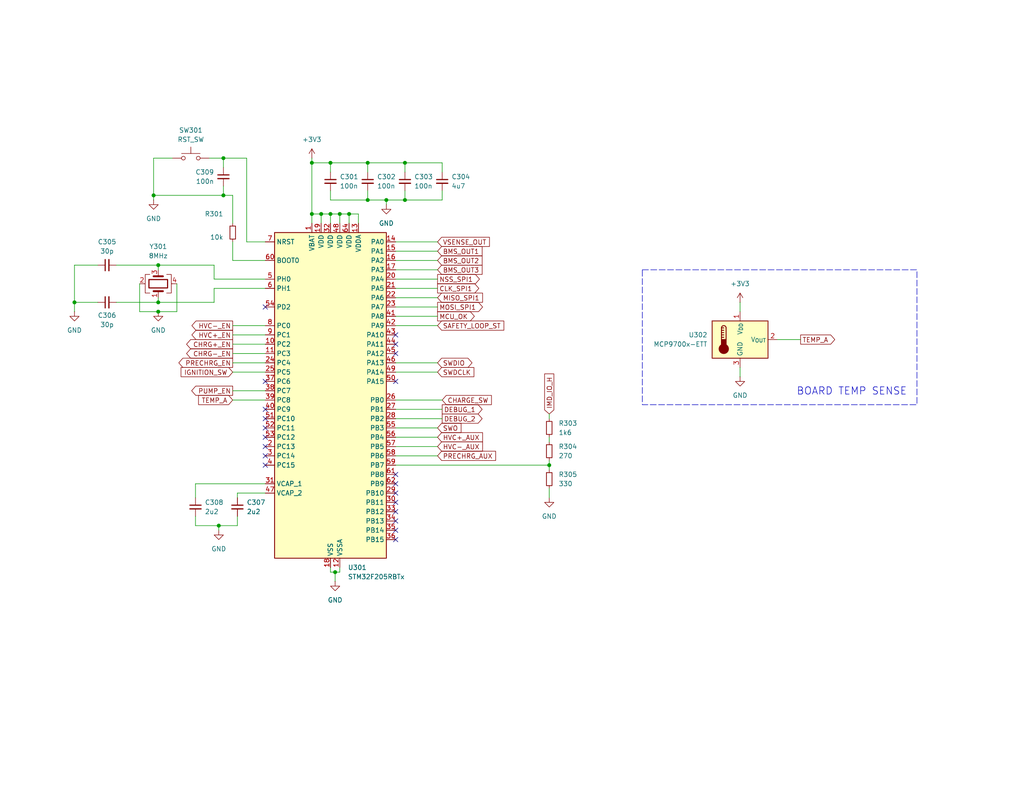
<source format=kicad_sch>
(kicad_sch (version 20231120) (generator "eeschema") (generator_version "8.0")
  (paper "USLetter")
  (title_block (title "Relay Control Board") (date "2024-07-01") (rev "PA") (company "UBC ThunderBikes") (comment 1 "Peter Woolsey"))
  (lib_symbols
    (symbol "Device:C_Small" (pin_numbers hide) (pin_names (offset 0.254) hide)
      (property "Reference" "C" (at 0.254 1.778 0))
      (property "Value" "C_Small" (at 0.254 -2.032 0))
      (symbol "C_Small_0_1"
        (polyline (pts (xy -1.524 -0.508) (xy 1.524 -0.508)) (stroke (width 0.3302)))
        (polyline (pts (xy -1.524 0.508) (xy 1.524 0.508)) (stroke (width 0.3048)))
      )
      (symbol "C_Small_1_1"
        (pin passive line (at 0 2.54 270) (length 2.032) (name "~") (number "1"))
        (pin passive line (at 0 -2.54 90) (length 2.032) (name "~") (number "2"))
      )
    )
    (symbol "Device:Crystal_GND24" (pin_names (offset 1.016) hide)
      (property "Reference" "Y" (at 3.175 5.08 0))
      (property "Value" "Crystal_GND24" (at 3.175 3.175 0))
      (symbol "Crystal_GND24_0_1"
        (rectangle (start -1.143 2.54) (end 1.143 -2.54) (stroke (width 0.3048)))
        (polyline (pts (xy -2.54 0) (xy -2.032 0)))
        (polyline (pts (xy -2.032 -1.27) (xy -2.032 1.27)) (stroke (width 0.508)))
        (polyline (pts (xy 0 -3.81) (xy 0 -3.556)))
        (polyline (pts (xy 0 3.556) (xy 0 3.81)))
        (polyline (pts (xy 2.032 -1.27) (xy 2.032 1.27)) (stroke (width 0.508)))
        (polyline (pts (xy 2.032 0) (xy 2.54 0)))
        (polyline (pts (xy -2.54 -2.286) (xy -2.54 -3.556) (xy 2.54 -3.556) (xy 2.54 -2.286)))
        (polyline (pts (xy -2.54 2.286) (xy -2.54 3.556) (xy 2.54 3.556) (xy 2.54 2.286)))
      )
      (symbol "Crystal_GND24_1_1"
        (pin passive line (at -3.81 0 0) (length 1.27) (name "1") (number "1"))
        (pin passive line (at 0 5.08 270) (length 1.27) (name "2") (number "2"))
        (pin passive line (at 3.81 0 180) (length 1.27) (name "3") (number "3"))
        (pin passive line (at 0 -5.08 90) (length 1.27) (name "4") (number "4"))
      )
    )
    (symbol "Device:R_Small" (pin_numbers hide) (pin_names (offset 0.254) hide)
      (property "Reference" "R" (at 0.762 0.508 0))
      (property "Value" "R_Small" (at 0.762 -1.016 0))
      (symbol "R_Small_0_1"
        (rectangle (start -0.762 1.778) (end 0.762 -1.778) (stroke (width 0.2032)))
      )
      (symbol "R_Small_1_1"
        (pin passive line (at 0 2.54 270) (length 0.762) (name "~") (number "1"))
        (pin passive line (at 0 -2.54 90) (length 0.762) (name "~") (number "2"))
      )
    )
    (symbol "MCU_ST_STM32F2:STM32F205RBTx"
      (property "Reference" "U" (at -15.24 46.99 0))
      (property "Value" "STM32F205RBTx" (at 10.16 46.99 0))
      (symbol "STM32F205RBTx_0_1"
        (rectangle (start -15.24 -43.18) (end 15.24 45.72) (stroke (width 0.254)) (fill (type background)))
      )
      (symbol "STM32F205RBTx_1_1"
        (pin power_in line (at -5.08 48.26 270) (length 2.54) (name "VBAT") (number "1"))
        (pin bidirectional line (at -17.78 15.24 0) (length 2.54) (name "PC2") (number "10"))
        (pin bidirectional line (at -17.78 12.7 0) (length 2.54) (name "PC3") (number "11"))
        (pin power_in line (at 2.54 -45.72 90) (length 2.54) (name "VSSA") (number "12"))
        (pin power_in line (at 7.62 48.26 270) (length 2.54) (name "VDDA") (number "13"))
        (pin bidirectional line (at 17.78 43.18 180) (length 2.54) (name "PA0") (number "14"))
        (pin bidirectional line (at 17.78 40.64 180) (length 2.54) (name "PA1") (number "15"))
        (pin bidirectional line (at 17.78 38.1 180) (length 2.54) (name "PA2") (number "16"))
        (pin bidirectional line (at 17.78 35.56 180) (length 2.54) (name "PA3") (number "17"))
        (pin power_in line (at 0 -45.72 90) (length 2.54) (name "VSS") (number "18"))
        (pin power_in line (at -2.54 48.26 270) (length 2.54) (name "VDD") (number "19"))
        (pin bidirectional line (at -17.78 -12.7 0) (length 2.54) (name "PC13") (number "2"))
        (pin bidirectional line (at 17.78 33.02 180) (length 2.54) (name "PA4") (number "20"))
        (pin bidirectional line (at 17.78 30.48 180) (length 2.54) (name "PA5") (number "21"))
        (pin bidirectional line (at 17.78 27.94 180) (length 2.54) (name "PA6") (number "22"))
        (pin bidirectional line (at 17.78 25.4 180) (length 2.54) (name "PA7") (number "23"))
        (pin bidirectional line (at -17.78 10.16 0) (length 2.54) (name "PC4") (number "24"))
        (pin bidirectional line (at -17.78 7.62 0) (length 2.54) (name "PC5") (number "25"))
        (pin bidirectional line (at 17.78 0 180) (length 2.54) (name "PB0") (number "26"))
        (pin bidirectional line (at 17.78 -2.54 180) (length 2.54) (name "PB1") (number "27"))
        (pin bidirectional line (at 17.78 -5.08 180) (length 2.54) (name "PB2") (number "28"))
        (pin bidirectional line (at 17.78 -25.4 180) (length 2.54) (name "PB10") (number "29"))
        (pin bidirectional line (at -17.78 -15.24 0) (length 2.54) (name "PC14") (number "3"))
        (pin bidirectional line (at 17.78 -27.94 180) (length 2.54) (name "PB11") (number "30"))
        (pin power_out line (at -17.78 -22.86 0) (length 2.54) (name "VCAP_1") (number "31"))
        (pin power_in line (at 0 48.26 270) (length 2.54) (name "VDD") (number "32"))
        (pin bidirectional line (at 17.78 -30.48 180) (length 2.54) (name "PB12") (number "33"))
        (pin bidirectional line (at 17.78 -33.02 180) (length 2.54) (name "PB13") (number "34"))
        (pin bidirectional line (at 17.78 -35.56 180) (length 2.54) (name "PB14") (number "35"))
        (pin bidirectional line (at 17.78 -38.1 180) (length 2.54) (name "PB15") (number "36"))
        (pin bidirectional line (at -17.78 5.08 0) (length 2.54) (name "PC6") (number "37"))
        (pin bidirectional line (at -17.78 2.54 0) (length 2.54) (name "PC7") (number "38"))
        (pin bidirectional line (at -17.78 0 0) (length 2.54) (name "PC8") (number "39"))
        (pin bidirectional line (at -17.78 -17.78 0) (length 2.54) (name "PC15") (number "4"))
        (pin bidirectional line (at -17.78 -2.54 0) (length 2.54) (name "PC9") (number "40"))
        (pin bidirectional line (at 17.78 22.86 180) (length 2.54) (name "PA8") (number "41"))
        (pin bidirectional line (at 17.78 20.32 180) (length 2.54) (name "PA9") (number "42"))
        (pin bidirectional line (at 17.78 17.78 180) (length 2.54) (name "PA10") (number "43"))
        (pin bidirectional line (at 17.78 15.24 180) (length 2.54) (name "PA11") (number "44"))
        (pin bidirectional line (at 17.78 12.7 180) (length 2.54) (name "PA12") (number "45"))
        (pin bidirectional line (at 17.78 10.16 180) (length 2.54) (name "PA13") (number "46"))
        (pin power_out line (at -17.78 -25.4 0) (length 2.54) (name "VCAP_2") (number "47"))
        (pin power_in line (at 2.54 48.26 270) (length 2.54) (name "VDD") (number "48"))
        (pin bidirectional line (at 17.78 7.62 180) (length 2.54) (name "PA14") (number "49"))
        (pin bidirectional line (at -17.78 33.02 0) (length 2.54) (name "PH0") (number "5"))
        (pin bidirectional line (at 17.78 5.08 180) (length 2.54) (name "PA15") (number "50"))
        (pin bidirectional line (at -17.78 -5.08 0) (length 2.54) (name "PC10") (number "51"))
        (pin bidirectional line (at -17.78 -7.62 0) (length 2.54) (name "PC11") (number "52"))
        (pin bidirectional line (at -17.78 -10.16 0) (length 2.54) (name "PC12") (number "53"))
        (pin bidirectional line (at -17.78 25.4 0) (length 2.54) (name "PD2") (number "54"))
        (pin bidirectional line (at 17.78 -7.62 180) (length 2.54) (name "PB3") (number "55"))
        (pin bidirectional line (at 17.78 -10.16 180) (length 2.54) (name "PB4") (number "56"))
        (pin bidirectional line (at 17.78 -12.7 180) (length 2.54) (name "PB5") (number "57"))
        (pin bidirectional line (at 17.78 -15.24 180) (length 2.54) (name "PB6") (number "58"))
        (pin bidirectional line (at 17.78 -17.78 180) (length 2.54) (name "PB7") (number "59"))
        (pin bidirectional line (at -17.78 30.48 0) (length 2.54) (name "PH1") (number "6"))
        (pin input line (at -17.78 38.1 0) (length 2.54) (name "BOOT0") (number "60"))
        (pin bidirectional line (at 17.78 -20.32 180) (length 2.54) (name "PB8") (number "61"))
        (pin bidirectional line (at 17.78 -22.86 180) (length 2.54) (name "PB9") (number "62"))
        (pin passive line (at 0 -45.72 90) (length 2.54) hide (name "VSS") (number "63"))
        (pin power_in line (at 5.08 48.26 270) (length 2.54) (name "VDD") (number "64"))
        (pin input line (at -17.78 43.18 0) (length 2.54) (name "NRST") (number "7"))
        (pin bidirectional line (at -17.78 20.32 0) (length 2.54) (name "PC0") (number "8"))
        (pin bidirectional line (at -17.78 17.78 0) (length 2.54) (name "PC1") (number "9"))
      )
    )
    (symbol "Sensor_Temperature:MCP9700x-ETT"
      (property "Reference" "U" (at -6.35 6.35 0))
      (property "Value" "MCP9700x-ETT" (at 1.27 6.35 0))
      (symbol "MCP9700x-ETT_0_1"
        (rectangle (start -7.62 5.08) (end 7.62 -5.08) (stroke (width 0.254)) (fill (type background)))
        (circle (center -4.445 -2.54) (radius 1.27) (stroke (width 0.254)) (fill (type outline)))
        (rectangle (start -3.81 -1.905) (end -5.08 0) (stroke (width 0.254)) (fill (type outline)))
        (arc (start -3.81 3.175) (mid -4.445 3.8073) (end -5.08 3.175) (stroke (width 0.254)))
        (polyline (pts (xy -5.08 0.635) (xy -4.445 0.635)) (stroke (width 0.254)))
        (polyline (pts (xy -5.08 1.27) (xy -4.445 1.27)) (stroke (width 0.254)))
        (polyline (pts (xy -5.08 1.905) (xy -4.445 1.905)) (stroke (width 0.254)))
        (polyline (pts (xy -5.08 2.54) (xy -4.445 2.54)) (stroke (width 0.254)))
        (polyline (pts (xy -5.08 3.175) (xy -5.08 0)) (stroke (width 0.254)))
        (polyline (pts (xy -5.08 3.175) (xy -4.445 3.175)) (stroke (width 0.254)))
        (polyline (pts (xy -3.81 3.175) (xy -3.81 0)) (stroke (width 0.254)))
      )
      (symbol "MCP9700x-ETT_1_1"
        (pin power_in line (at 0 7.62 270) (length 2.54) (name "V_{DD}") (number "1"))
        (pin output line (at 10.16 0 180) (length 2.54) (name "V_{OUT}") (number "2"))
        (pin power_in line (at 0 -7.62 90) (length 2.54) (name "GND") (number "3"))
      )
    )
    (symbol "Switch:SW_Push" (pin_numbers hide) (pin_names (offset 1.016) hide)
      (property "Reference" "SW" (at 1.27 2.54 0))
      (property "Value" "SW_Push" (at 0 -1.524 0))
      (symbol "SW_Push_0_1"
        (circle (center -2.032 0) (radius 0.508))
        (polyline (pts (xy 0 1.27) (xy 0 3.048)))
        (polyline (pts (xy 2.54 1.27) (xy -2.54 1.27)))
        (circle (center 2.032 0) (radius 0.508))
        (pin passive line (at -5.08 0 0) (length 2.54) (name "1") (number "1"))
        (pin passive line (at 5.08 0 180) (length 2.54) (name "2") (number "2"))
      )
    )
    (symbol "power:+3V3" (power) (pin_numbers hide) (pin_names (offset 0) hide)
      (property "Value" "+3V3" (at 0 3.556 0))
      (symbol "+3V3_0_1"
        (polyline (pts (xy -0.762 1.27) (xy 0 2.54)))
        (polyline (pts (xy 0 0) (xy 0 2.54)))
        (polyline (pts (xy 0 2.54) (xy 0.762 1.27)))
      )
      (symbol "+3V3_1_1"
        (pin power_in line (at 0 0 90) (length 0) (name "~") (number "1"))
      )
    )
    (symbol "power:GND" (power) (pin_numbers hide) (pin_names (offset 0) hide)
      (property "Value" "GND" (at 0 -3.81 0))
      (symbol "GND_0_1"
        (polyline (pts (xy 0 0) (xy 0 -1.27) (xy 1.27 -1.27) (xy 0 -2.54) (xy -1.27 -1.27) (xy 0 -1.27)))
      )
      (symbol "GND_1_1"
        (pin power_in line (at 0 0 270) (length 0) (name "~") (number "1"))
      )
    )
  )
  (junction (at 20.32 82.55))
  (junction (at 149.86 127))
  (junction (at 90.17 44.45))
  (junction (at 59.69 143.51))
  (junction (at 85.09 44.45))
  (junction (at 60.96 53.34))
  (junction (at 85.09 58.42))
  (junction (at 43.18 72.39))
  (junction (at 95.25 58.42))
  (junction (at 91.44 156.21))
  (junction (at 41.91 53.34))
  (junction (at 60.96 43.18))
  (junction (at 110.49 54.61))
  (junction (at 43.18 82.55))
  (junction (at 110.49 44.45))
  (junction (at 100.33 44.45))
  (junction (at 43.18 85.09))
  (junction (at 87.63 58.42))
  (junction (at 92.71 58.42))
  (junction (at 105.41 54.61))
  (junction (at 90.17 58.42))
  (junction (at 100.33 54.61))
  (no_connect (at 72.39 114.3))
  (no_connect (at 72.39 116.84))
  (no_connect (at 72.39 124.46))
  (no_connect (at 72.39 83.82))
  (no_connect (at 107.95 96.52))
  (no_connect (at 72.39 121.92))
  (no_connect (at 107.95 144.78))
  (no_connect (at 107.95 137.16))
  (no_connect (at 72.39 119.38))
  (no_connect (at 107.95 132.08))
  (no_connect (at 107.95 93.98))
  (no_connect (at 72.39 111.76))
  (no_connect (at 107.95 142.24))
  (no_connect (at 107.95 147.32))
  (no_connect (at 107.95 91.44))
  (no_connect (at 107.95 134.62))
  (no_connect (at 107.95 104.14))
  (no_connect (at 72.39 127))
  (no_connect (at 72.39 104.14))
  (no_connect (at 107.95 129.54))
  (no_connect (at 107.95 139.7))
  (wire (pts (xy 105.41 54.61) (xy 105.41 55.88)))
  (wire (pts (xy 110.49 54.61) (xy 120.65 54.61)))
  (wire (pts (xy 107.95 121.92) (xy 119.38 121.92)))
  (wire (pts (xy 53.34 132.08) (xy 72.39 132.08)))
  (wire (pts (xy 107.95 88.9) (xy 119.38 88.9)))
  (wire (pts (xy 107.95 66.04) (xy 119.38 66.04)))
  (wire (pts (xy 38.1 77.47) (xy 38.1 85.09)))
  (wire (pts (xy 20.32 82.55) (xy 26.67 82.55)))
  (wire (pts (xy 59.69 143.51) (xy 64.77 143.51)))
  (wire (pts (xy 58.42 78.74) (xy 58.42 82.55)))
  (wire (pts (xy 58.42 76.2) (xy 72.39 76.2)))
  (wire (pts (xy 120.65 44.45) (xy 120.65 46.99)))
  (wire (pts (xy 85.09 43.18) (xy 85.09 44.45)))
  (wire (pts (xy 107.95 81.28) (xy 119.38 81.28)))
  (wire (pts (xy 41.91 53.34) (xy 41.91 54.61)))
  (wire (pts (xy 120.65 109.22) (xy 107.95 109.22)))
  (wire (pts (xy 120.65 54.61) (xy 120.65 52.07)))
  (wire (pts (xy 107.95 114.3) (xy 120.65 114.3)))
  (wire (pts (xy 20.32 72.39) (xy 20.32 82.55)))
  (wire (pts (xy 85.09 58.42) (xy 85.09 60.96)))
  (wire (pts (xy 110.49 44.45) (xy 110.49 46.99)))
  (wire (pts (xy 43.18 82.55) (xy 43.18 81.28)))
  (wire (pts (xy 107.95 111.76) (xy 120.65 111.76)))
  (wire (pts (xy 100.33 44.45) (xy 110.49 44.45)))
  (wire (pts (xy 107.95 78.74) (xy 119.38 78.74)))
  (wire (pts (xy 63.5 106.68) (xy 72.39 106.68)))
  (wire (pts (xy 107.95 76.2) (xy 119.38 76.2)))
  (wire (pts (xy 85.09 44.45) (xy 90.17 44.45)))
  (wire (pts (xy 107.95 101.6) (xy 119.38 101.6)))
  (wire (pts (xy 107.95 127) (xy 149.86 127)))
  (wire (pts (xy 60.96 43.18) (xy 60.96 45.72)))
  (wire (pts (xy 43.18 72.39) (xy 58.42 72.39)))
  (wire (pts (xy 90.17 58.42) (xy 90.17 60.96)))
  (wire (pts (xy 59.69 143.51) (xy 59.69 144.78)))
  (wire (pts (xy 107.95 116.84) (xy 119.38 116.84)))
  (wire (pts (xy 72.39 66.04) (xy 67.31 66.04)))
  (wire (pts (xy 95.25 58.42) (xy 97.79 58.42)))
  (wire (pts (xy 31.75 72.39) (xy 43.18 72.39)))
  (wire (pts (xy 100.33 44.45) (xy 100.33 46.99)))
  (wire (pts (xy 63.5 93.98) (xy 72.39 93.98)))
  (wire (pts (xy 149.86 125.73) (xy 149.86 127)))
  (wire (pts (xy 67.31 43.18) (xy 60.96 43.18)))
  (wire (pts (xy 46.99 43.18) (xy 41.91 43.18)))
  (wire (pts (xy 107.95 73.66) (xy 119.38 73.66)))
  (wire (pts (xy 105.41 54.61) (xy 110.49 54.61)))
  (wire (pts (xy 90.17 58.42) (xy 92.71 58.42)))
  (wire (pts (xy 58.42 78.74) (xy 72.39 78.74)))
  (wire (pts (xy 48.26 85.09) (xy 48.26 77.47)))
  (wire (pts (xy 149.86 133.35) (xy 149.86 135.89)))
  (wire (pts (xy 64.77 140.97) (xy 64.77 143.51)))
  (wire (pts (xy 90.17 44.45) (xy 100.33 44.45)))
  (wire (pts (xy 90.17 52.07) (xy 90.17 54.61)))
  (wire (pts (xy 149.86 127) (xy 149.86 128.27)))
  (wire (pts (xy 107.95 99.06) (xy 119.38 99.06)))
  (wire (pts (xy 107.95 86.36) (xy 119.38 86.36)))
  (wire (pts (xy 43.18 85.09) (xy 48.26 85.09)))
  (wire (pts (xy 97.79 58.42) (xy 97.79 60.96)))
  (wire (pts (xy 201.93 100.33) (xy 201.93 102.87)))
  (wire (pts (xy 110.49 44.45) (xy 120.65 44.45)))
  (wire (pts (xy 92.71 58.42) (xy 92.71 60.96)))
  (wire (pts (xy 60.96 53.34) (xy 63.5 53.34)))
  (wire (pts (xy 63.5 66.04) (xy 63.5 71.12)))
  (wire (pts (xy 87.63 58.42) (xy 90.17 58.42)))
  (wire (pts (xy 43.18 82.55) (xy 58.42 82.55)))
  (wire (pts (xy 92.71 58.42) (xy 95.25 58.42)))
  (wire (pts (xy 53.34 132.08) (xy 53.34 135.89)))
  (wire (pts (xy 85.09 58.42) (xy 87.63 58.42)))
  (wire (pts (xy 95.25 58.42) (xy 95.25 60.96)))
  (wire (pts (xy 87.63 58.42) (xy 87.63 60.96)))
  (wire (pts (xy 100.33 52.07) (xy 100.33 54.61)))
  (wire (pts (xy 90.17 154.94) (xy 90.17 156.21)))
  (wire (pts (xy 201.93 82.55) (xy 201.93 85.09)))
  (wire (pts (xy 107.95 124.46) (xy 119.38 124.46)))
  (wire (pts (xy 100.33 54.61) (xy 105.41 54.61)))
  (wire (pts (xy 60.96 50.8) (xy 60.96 53.34)))
  (wire (pts (xy 53.34 143.51) (xy 59.69 143.51)))
  (wire (pts (xy 63.5 91.44) (xy 72.39 91.44)))
  (wire (pts (xy 60.96 43.18) (xy 57.15 43.18)))
  (wire (pts (xy 64.77 134.62) (xy 72.39 134.62)))
  (wire (pts (xy 110.49 52.07) (xy 110.49 54.61)))
  (wire (pts (xy 85.09 44.45) (xy 85.09 58.42)))
  (wire (pts (xy 53.34 140.97) (xy 53.34 143.51)))
  (wire (pts (xy 91.44 156.21) (xy 91.44 158.75)))
  (wire (pts (xy 63.5 96.52) (xy 72.39 96.52)))
  (wire (pts (xy 64.77 134.62) (xy 64.77 135.89)))
  (wire (pts (xy 149.86 113.03) (xy 149.86 114.3)))
  (wire (pts (xy 20.32 82.55) (xy 20.32 85.09)))
  (wire (pts (xy 43.18 72.39) (xy 43.18 73.66)))
  (wire (pts (xy 107.95 119.38) (xy 119.38 119.38)))
  (wire (pts (xy 90.17 156.21) (xy 91.44 156.21)))
  (wire (pts (xy 63.5 71.12) (xy 72.39 71.12)))
  (wire (pts (xy 41.91 53.34) (xy 60.96 53.34)))
  (wire (pts (xy 41.91 43.18) (xy 41.91 53.34)))
  (wire (pts (xy 63.5 99.06) (xy 72.39 99.06)))
  (wire (pts (xy 63.5 101.6) (xy 72.39 101.6)))
  (wire (pts (xy 107.95 68.58) (xy 119.38 68.58)))
  (wire (pts (xy 26.67 72.39) (xy 20.32 72.39)))
  (wire (pts (xy 67.31 66.04) (xy 67.31 43.18)))
  (wire (pts (xy 58.42 72.39) (xy 58.42 76.2)))
  (wire (pts (xy 31.75 82.55) (xy 43.18 82.55)))
  (wire (pts (xy 63.5 88.9) (xy 72.39 88.9)))
  (wire (pts (xy 212.09 92.71) (xy 218.44 92.71)))
  (wire (pts (xy 63.5 53.34) (xy 63.5 60.96)))
  (wire (pts (xy 149.86 119.38) (xy 149.86 120.65)))
  (wire (pts (xy 91.44 156.21) (xy 92.71 156.21)))
  (wire (pts (xy 92.71 156.21) (xy 92.71 154.94)))
  (wire (pts (xy 63.5 109.22) (xy 72.39 109.22)))
  (wire (pts (xy 90.17 44.45) (xy 90.17 46.99)))
  (wire (pts (xy 107.95 83.82) (xy 119.38 83.82)))
  (wire (pts (xy 38.1 85.09) (xy 43.18 85.09)))
  (wire (pts (xy 107.95 71.12) (xy 119.38 71.12)))
  (wire (pts (xy 90.17 54.61) (xy 100.33 54.61)))
  (rectangle (start 175.26 73.66) (end 250.19 110.49) (stroke (width 0) (type dash)))
  (text "BOARD TEMP SENSE" (at 232.41 106.934 0) (effects (font (size 2 2))))
  (global_label "CLK_SPI1" (shape output) (at 119.38 78.74 0) (property "Intersheetrefs" "${INTERSHEET_REFS}" (effects (hide yes))))
  (global_label "DEBUG_1" (shape output) (at 120.65 111.76 0) (property "Intersheetrefs" "${INTERSHEET_REFS}" (effects (hide yes))))
  (global_label "PUMP_EN" (shape output) (at 63.5 106.68 180) (property "Intersheetrefs" "${INTERSHEET_REFS}" (effects (hide yes))))
  (global_label "HVC+_AUX" (shape input) (at 119.38 119.38 0) (property "Intersheetrefs" "${INTERSHEET_REFS}" (effects (hide yes))))
  (global_label "CHARGE_SW" (shape input) (at 120.65 109.22 0) (property "Intersheetrefs" "${INTERSHEET_REFS}" (effects (hide yes))))
  (global_label "SWDIO" (shape bidirectional) (at 119.38 99.06 0) (property "Intersheetrefs" "${INTERSHEET_REFS}" (effects (hide yes))))
  (global_label "SWDCLK" (shape input) (at 119.38 101.6 0) (property "Intersheetrefs" "${INTERSHEET_REFS}" (effects (hide yes))))
  (global_label "TEMP_A" (shape input) (at 63.5 109.22 180) (property "Intersheetrefs" "${INTERSHEET_REFS}" (effects (hide yes))))
  (global_label "IGNITION_SW" (shape input) (at 63.5 101.6 180) (property "Intersheetrefs" "${INTERSHEET_REFS}" (effects (hide yes))))
  (global_label "SWO" (shape input) (at 119.38 116.84 0) (property "Intersheetrefs" "${INTERSHEET_REFS}" (effects (hide yes))))
  (global_label "DEBUG_2" (shape output) (at 120.65 114.3 0) (property "Intersheetrefs" "${INTERSHEET_REFS}" (effects (hide yes))))
  (global_label "IMD_IO_H" (shape input) (at 149.86 113.03 90) (property "Intersheetrefs" "${INTERSHEET_REFS}" (effects (hide yes))))
  (global_label "BMS_OUT2" (shape input) (at 119.38 71.12 0) (property "Intersheetrefs" "${INTERSHEET_REFS}" (effects (hide yes))))
  (global_label "TEMP_A" (shape output) (at 218.44 92.71 0) (property "Intersheetrefs" "${INTERSHEET_REFS}" (effects (hide yes))))
  (global_label "HVC-_EN" (shape output) (at 63.5 88.9 180) (property "Intersheetrefs" "${INTERSHEET_REFS}" (effects (hide yes))))
  (global_label "BMS_OUT3" (shape input) (at 119.38 73.66 0) (property "Intersheetrefs" "${INTERSHEET_REFS}" (effects (hide yes))))
  (global_label "CHRG+_EN" (shape output) (at 63.5 93.98 180) (property "Intersheetrefs" "${INTERSHEET_REFS}" (effects (hide yes))))
  (global_label "BMS_OUT1" (shape input) (at 119.38 68.58 0) (property "Intersheetrefs" "${INTERSHEET_REFS}" (effects (hide yes))))
  (global_label "PRECHRG_EN" (shape output) (at 63.5 99.06 180) (property "Intersheetrefs" "${INTERSHEET_REFS}" (effects (hide yes))))
  (global_label "CHRG-_EN" (shape output) (at 63.5 96.52 180) (property "Intersheetrefs" "${INTERSHEET_REFS}" (effects (hide yes))))
  (global_label "MCU_OK" (shape output) (at 119.38 86.36 0) (property "Intersheetrefs" "${INTERSHEET_REFS}" (effects (hide yes))))
  (global_label "PRECHRG_AUX" (shape input) (at 119.38 124.46 0) (property "Intersheetrefs" "${INTERSHEET_REFS}" (effects (hide yes))))
  (global_label "HVC+_EN" (shape output) (at 63.5 91.44 180) (property "Intersheetrefs" "${INTERSHEET_REFS}" (effects (hide yes))))
  (global_label "MOSI_SPI1" (shape output) (at 119.38 83.82 0) (property "Intersheetrefs" "${INTERSHEET_REFS}" (effects (hide yes))))
  (global_label "VSENSE_OUT" (shape input) (at 119.38 66.04 0) (property "Intersheetrefs" "${INTERSHEET_REFS}" (effects (hide yes))))
  (global_label "HVC-_AUX" (shape input) (at 119.38 121.92 0) (property "Intersheetrefs" "${INTERSHEET_REFS}" (effects (hide yes))))
  (global_label "SAFETY_LOOP_ST" (shape input) (at 119.38 88.9 0) (property "Intersheetrefs" "${INTERSHEET_REFS}" (effects (hide yes))))
  (global_label "MISO_SPI1" (shape input) (at 119.38 81.28 0) (property "Intersheetrefs" "${INTERSHEET_REFS}" (effects (hide yes))))
  (global_label "NSS_SPI1" (shape output) (at 119.38 76.2 0) (property "Intersheetrefs" "${INTERSHEET_REFS}" (effects (hide yes))))
  (symbol (lib_id "Device:C_Small") (at 64.77 138.43 0) (unit 1)
    (property "Reference" "C307" (at 67.31 137.1662 0) (effects (justify left)))
    (property "Value" "2u2" (at 67.31 139.7062 0) (effects (justify left)))
    (property "Footprint" "Capacitor_SMD:C_0603_1608Metric" (effects (hide yes)))
    (property "Description" "Unpolarized capacitor, small symbol" (effects (hide yes)))
    (property "LCSC" "C99228" (effects (hide yes)))
  )
  (symbol (lib_id "Device:C_Small") (at 120.65 49.53 0) (unit 1)
    (property "Reference" "C304" (at 123.19 48.2662 0) (effects (justify left)))
    (property "Value" "4u7" (at 123.19 50.8062 0) (effects (justify left)))
    (property "Footprint" "Capacitor_SMD:C_0603_1608Metric" (effects (hide yes)))
    (property "Description" "Unpolarized capacitor, small symbol" (effects (hide yes)))
    (property "LCSC" "C108342" (effects (hide yes)))
  )
  (symbol (lib_id "Device:C_Small") (at 100.33 49.53 0) (unit 1)
    (property "Reference" "C302" (at 102.87 48.2662 0) (effects (justify left)))
    (property "Value" "100n" (at 102.87 50.8062 0) (effects (justify left)))
    (property "Footprint" "Capacitor_SMD:C_0603_1608Metric" (effects (hide yes)))
    (property "Description" "Unpolarized capacitor, small symbol" (effects (hide yes)))
    (property "LCSC" "C1591" (effects (hide yes)))
  )
  (symbol (lib_id "power:GND") (at 91.44 158.75 0) (unit 1)
    (property "Reference" "#PWR011" (effects (hide yes)))
    (property "Value" "GND" (at 91.44 163.83 0))
    (property "Description" "Power symbol creates a global label with name \"GND\" , ground" (effects (hide yes)))
  )
  (symbol (lib_id "Sensor_Temperature:MCP9700x-ETT") (at 201.93 92.71 0) (unit 1)
    (property "Reference" "U302" (at 193.04 91.4399 0) (effects (justify right)))
    (property "Value" "MCP9700x-ETT" (at 193.04 93.9799 0) (effects (justify right)))
    (property "Footprint" "Package_TO_SOT_SMD:SOT-23" (effects (hide yes)))
    (property "Datasheet" "http://ww1.microchip.com/downloads/en/devicedoc/20001942g.pdf" (effects (hide yes)))
    (property "Description" "Low power, analog thermistor temperature sensor, ±4C accuracy, -40C to +125C, in SOT-23-3" (effects (hide yes)))
    (property "LCSC" "C127949" (effects (hide yes)))
  )
  (symbol (lib_id "Device:C_Small") (at 60.96 48.26 0) (mirror y) (unit 1)
    (property "Reference" "C309" (at 58.42 46.9962 0) (effects (justify left)))
    (property "Value" "100n" (at 58.42 49.5362 0) (effects (justify left)))
    (property "Footprint" "Capacitor_SMD:C_0603_1608Metric" (effects (hide yes)))
    (property "Description" "Unpolarized capacitor, small symbol" (effects (hide yes)))
    (property "LCSC" "C1591" (effects (hide yes)))
  )
  (symbol (lib_id "Device:C_Small") (at 110.49 49.53 0) (unit 1)
    (property "Reference" "C303" (at 113.03 48.2662 0) (effects (justify left)))
    (property "Value" "100n" (at 113.03 50.8062 0) (effects (justify left)))
    (property "Footprint" "Capacitor_SMD:C_0603_1608Metric" (effects (hide yes)))
    (property "Description" "Unpolarized capacitor, small symbol" (effects (hide yes)))
    (property "LCSC" "C1591" (effects (hide yes)))
  )
  (symbol (lib_id "power:+3V3") (at 201.93 82.55 0) (unit 1)
    (property "Reference" "#PWR0302" (effects (hide yes)))
    (property "Value" "+3V3" (at 201.93 77.47 0))
    (property "Description" "Power symbol creates a global label with name \"+3V3\"" (effects (hide yes)))
  )
  (symbol (lib_id "power:GND") (at 41.91 54.61 0) (unit 1)
    (property "Reference" "#PWR0301" (effects (hide yes)))
    (property "Value" "GND" (at 41.91 59.69 0))
    (property "Description" "Power symbol creates a global label with name \"GND\" , ground" (effects (hide yes)))
  )
  (symbol (lib_id "power:GND") (at 149.86 135.89 0) (unit 1)
    (property "Reference" "#PWR0305" (effects (hide yes)))
    (property "Value" "GND" (at 149.86 140.97 0))
    (property "Description" "Power symbol creates a global label with name \"GND\" , ground" (effects (hide yes)))
  )
  (symbol (lib_id "Switch:SW_Push") (at 52.07 43.18 0) (unit 1)
    (property "Reference" "SW301" (at 52.07 35.56 0))
    (property "Value" "RST_SW" (at 52.07 38.1 0))
    (property "Footprint" "Button_Switch_SMD:SW_Tactile_SPST_NO_Straight_CK_PTS636Sx25SMTRLFS" (effects (hide yes)))
    (property "Description" "Push button switch, generic, two pins" (effects (hide yes)))
    (property "LCSC" "C318938" (effects (hide yes)))
  )
  (symbol (lib_id "Device:R_Small") (at 63.5 63.5 0) (mirror x) (unit 1)
    (property "Reference" "R301" (at 60.96 58.4199 0) (effects (justify right)))
    (property "Value" "10k" (at 60.96 64.7699 0) (effects (justify right)))
    (property "Footprint" "Resistor_SMD:R_0603_1608Metric" (effects (hide yes)))
    (property "Description" "Resistor, small symbol" (effects (hide yes)))
    (property "LCSC" "C25804" (effects (hide yes)))
  )
  (symbol (lib_id "power:GND") (at 105.41 55.88 0) (unit 1)
    (property "Reference" "#PWR040" (effects (hide yes)))
    (property "Value" "GND" (at 105.41 60.96 0))
    (property "Description" "Power symbol creates a global label with name \"GND\" , ground" (effects (hide yes)))
  )
  (symbol (lib_id "power:+3V3") (at 85.09 43.18 0) (unit 1)
    (property "Reference" "#PWR010" (effects (hide yes)))
    (property "Value" "+3V3" (at 85.09 38.1 0))
    (property "Description" "Power symbol creates a global label with name \"+3V3\"" (effects (hide yes)))
  )
  (symbol (lib_id "Device:C_Small") (at 29.21 72.39 90) (unit 1)
    (property "Reference" "C305" (at 29.2163 66.04 90))
    (property "Value" "30p" (at 29.2163 68.58 90))
    (property "Footprint" "Capacitor_SMD:C_0603_1608Metric" (effects (hide yes)))
    (property "Description" "Unpolarized capacitor, small symbol" (effects (hide yes)))
    (property "LCSC" "C1853723" (effects (hide yes)))
  )
  (symbol (lib_id "Device:Crystal_GND24") (at 43.18 77.47 90) (unit 1)
    (property "Reference" "Y301" (at 43.18 67.31 90))
    (property "Value" "8MHz" (at 43.18 69.85 90))
    (property "Footprint" "Crystal:Crystal_SMD_3225-4Pin_3.2x2.5mm" (effects (hide yes)))
    (property "Description" "Four pin crystal, GND on pins 2 and 4" (effects (hide yes)))
  )
  (symbol (lib_id "Device:C_Small") (at 53.34 138.43 0) (unit 1)
    (property "Reference" "C308" (at 55.88 137.1662 0) (effects (justify left)))
    (property "Value" "2u2" (at 55.88 139.7062 0) (effects (justify left)))
    (property "Footprint" "Capacitor_SMD:C_0603_1608Metric" (effects (hide yes)))
    (property "Description" "Unpolarized capacitor, small symbol" (effects (hide yes)))
    (property "LCSC" "C99228" (effects (hide yes)))
  )
  (symbol (lib_id "power:GND") (at 43.18 85.09 0) (unit 1)
    (property "Reference" "#PWR0304" (effects (hide yes)))
    (property "Value" "GND" (at 43.18 90.17 0))
    (property "Description" "Power symbol creates a global label with name \"GND\" , ground" (effects (hide yes)))
  )
  (symbol (lib_id "Device:R_Small") (at 149.86 123.19 0) (unit 1)
    (property "Reference" "R304" (at 152.4 121.9199 0) (effects (justify left)))
    (property "Value" "270" (at 152.4 124.4599 0) (effects (justify left)))
    (property "Footprint" "Resistor_SMD:R_0603_1608Metric" (effects (hide yes)))
    (property "Description" "Resistor, small symbol" (effects (hide yes)))
    (property "LCSC" "C22966" (effects (hide yes)))
  )
  (symbol (lib_id "power:GND") (at 201.93 102.87 0) (unit 1)
    (property "Reference" "#PWR0303" (effects (hide yes)))
    (property "Value" "GND" (at 201.93 107.95 0))
    (property "Description" "Power symbol creates a global label with name \"GND\" , ground" (effects (hide yes)))
  )
  (symbol (lib_id "Device:C_Small") (at 29.21 82.55 90) (unit 1)
    (property "Reference" "C306" (at 29.21 86.106 90))
    (property "Value" "30p" (at 29.21 88.646 90))
    (property "Footprint" "Capacitor_SMD:C_0603_1608Metric" (effects (hide yes)))
    (property "Description" "Unpolarized capacitor, small symbol" (effects (hide yes)))
    (property "LCSC" "C1853723" (effects (hide yes)))
  )
  (symbol (lib_id "Device:R_Small") (at 149.86 116.84 0) (unit 1)
    (property "Reference" "R303" (at 152.4 115.5699 0) (effects (justify left)))
    (property "Value" "1k6" (at 152.4 118.1099 0) (effects (justify left)))
    (property "Footprint" "Resistor_SMD:R_0603_1608Metric" (effects (hide yes)))
    (property "Description" "Resistor, small symbol" (effects (hide yes)))
    (property "LCSC" "C22847" (effects (hide yes)))
  )
  (symbol (lib_id "power:GND") (at 20.32 85.09 0) (unit 1)
    (property "Reference" "#PWR07" (effects (hide yes)))
    (property "Value" "GND" (at 20.32 90.17 0))
    (property "Description" "Power symbol creates a global label with name \"GND\" , ground" (effects (hide yes)))
  )
  (symbol (lib_id "MCU_ST_STM32F2:STM32F205RBTx") (at 90.17 109.22 0) (unit 1)
    (property "Reference" "U301" (at 94.9041 154.94 0) (effects (justify left)))
    (property "Value" "STM32F205RBTx" (at 94.9041 157.48 0) (effects (justify left)))
    (property "Footprint" "Package_QFP:LQFP-64_10x10mm_P0.5mm" (effects (hide yes)))
    (property "Datasheet" "https://www.st.com/resource/en/datasheet/stm32f205rb.pdf" (effects (hide yes)))
    (property "Description" "STMicroelectronics Arm Cortex-M3 MCU, 128KB flash, 64KB RAM, 120 MHz, 1.8-3.6V, 51 GPIO, LQFP64" (effects (hide yes)))
    (property "LCSC" "C8364" (effects (hide yes)))
  )
  (symbol (lib_id "power:GND") (at 59.69 144.78 0) (unit 1)
    (property "Reference" "#PWR012" (effects (hide yes)))
    (property "Value" "GND" (at 59.69 149.86 0))
    (property "Description" "Power symbol creates a global label with name \"GND\" , ground" (effects (hide yes)))
  )
  (symbol (lib_id "Device:C_Small") (at 90.17 49.53 0) (unit 1)
    (property "Reference" "C301" (at 92.71 48.2662 0) (effects (justify left)))
    (property "Value" "100n" (at 92.71 50.8062 0) (effects (justify left)))
    (property "Footprint" "Capacitor_SMD:C_0603_1608Metric" (effects (hide yes)))
    (property "Description" "Unpolarized capacitor, small symbol" (effects (hide yes)))
    (property "LCSC" "C1591" (effects (hide yes)))
  )
  (symbol (lib_id "Device:R_Small") (at 149.86 130.81 0) (unit 1)
    (property "Reference" "R305" (at 152.4 129.5399 0) (effects (justify left)))
    (property "Value" "330" (at 152.4 132.0799 0) (effects (justify left)))
    (property "Footprint" "Resistor_SMD:R_0603_1608Metric" (effects (hide yes)))
    (property "Description" "Resistor, small symbol" (effects (hide yes)))
    (property "LCSC" "C105881" (effects (hide yes)))
  )
)
</source>
